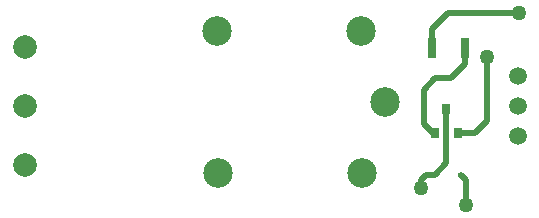
<source format=gtl>
G04*
G04 #@! TF.GenerationSoftware,Altium Limited,Altium Designer,18.0.12 (696)*
G04*
G04 Layer_Physical_Order=1*
G04 Layer_Color=255*
%FSLAX25Y25*%
%MOIN*%
G70*
G01*
G75*
%ADD13R,0.01968X0.01575*%
%ADD14R,0.03150X0.03543*%
%ADD15R,0.02559X0.06693*%
%ADD23C,0.01968*%
%ADD24C,0.09843*%
%ADD25C,0.05906*%
%ADD26C,0.07874*%
%ADD27C,0.05000*%
D13*
X159551Y15791D02*
D03*
X168213D02*
D03*
D14*
X159787Y29890D02*
D03*
X167268D02*
D03*
X163528Y37764D02*
D03*
D15*
X169571Y58055D02*
D03*
X158744D02*
D03*
D23*
X156638Y15791D02*
X159551D01*
X154965Y11374D02*
Y14118D01*
X156638Y15791D01*
X163528Y19768D02*
Y37764D01*
X159551Y15791D02*
X163528Y19768D01*
X168213Y15791D02*
X169980Y14024D01*
Y5709D02*
Y14024D01*
X173098Y29890D02*
X177165Y33957D01*
Y55118D01*
X169571Y52740D02*
Y58055D01*
X165059Y48228D02*
X169571Y52740D01*
X158744Y64453D02*
X164173Y69882D01*
X187598D01*
X167268Y29890D02*
X173098D01*
X158744Y58055D02*
Y64453D01*
X169484Y6205D02*
X169980Y5709D01*
X159843Y48228D02*
X165059D01*
X155905Y44291D02*
X159843Y48228D01*
X155905Y32972D02*
Y44291D01*
Y32972D02*
X158988Y29890D01*
X159787D01*
D24*
X135429Y16492D02*
D03*
X142909Y40114D02*
D03*
X87004Y63736D02*
D03*
X135035D02*
D03*
X87398Y16492D02*
D03*
D25*
X187343Y48724D02*
D03*
Y38721D02*
D03*
Y28717D02*
D03*
D26*
X22925Y19244D02*
D03*
Y38929D02*
D03*
Y58614D02*
D03*
D27*
X177165Y55118D02*
D03*
X187598Y69882D02*
D03*
X169980Y5709D02*
D03*
X154965Y11374D02*
D03*
M02*

</source>
